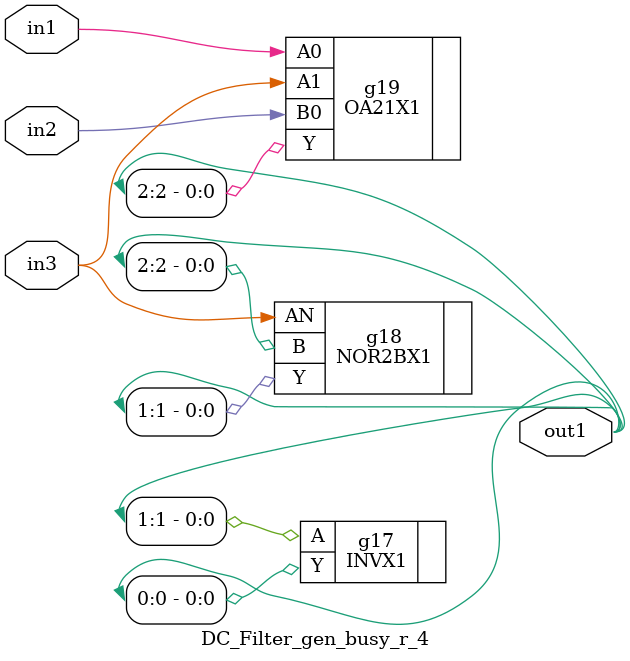
<source format=v>
`timescale 1ps / 1ps


module DC_Filter_gen_busy_r_4(in1, in2, in3, out1);
  input in1, in2, in3;
  output [2:0] out1;
  wire in1, in2, in3;
  wire [2:0] out1;
  INVX1 g17(.A (out1[1]), .Y (out1[0]));
  NOR2BX1 g18(.AN (in3), .B (out1[2]), .Y (out1[1]));
  OA21X1 g19(.A0 (in1), .A1 (in3), .B0 (in2), .Y (out1[2]));
endmodule



</source>
